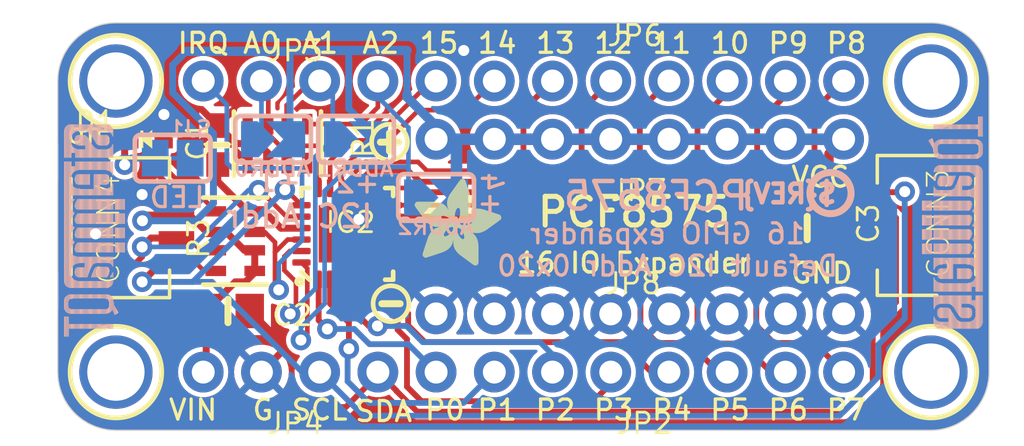
<source format=kicad_pcb>
(kicad_pcb (version 20221018) (generator pcbnew)
  (layers (0 "F.Cu" signal) (31 "B.Cu" signal) (34 "B.Paste" user) (35 "F.Paste" user) (36 "B.SilkS" user "B.Silkscreen") (37 "F.SilkS" user "F.Silkscreen") (38 "B.Mask" user) (39 "F.Mask" user) (44 "Edge.Cuts" user))
  (net 0 "")
  (net 1 "GND")
  (net 2 "SDA")
  (net 3 "SCL")
  (net 4 "VCC")
  (net 5 "GPA0")
  (net 6 "GPA1")
  (net 7 "GPA2")
  (net 8 "GPA3")
  (net 9 "GPA4")
  (net 10 "GPA5")
  (net 11 "GPA6")
  (net 12 "GPA7")
  (net 13 "GPB0")
  (net 14 "GPB1")
  (net 15 "GPB2")
  (net 16 "GPB3")
  (net 17 "GPB4")
  (net 18 "GPB5")
  (net 19 "GPB6")
  (net 20 "GPB7")
  (net 21 "INTA")
  (net 22 "A0")
  (net 23 "A1")
  (net 24 "A2")
  (net 25 "N$2")
  (net 26 "N$1")
  (footprint "working:MOUNTINGHOLE_2.5_PLATED" (layer "F.Cu") (at 166.2811 98.6536)
    (fp_text reference "U$17" hide)
    (fp_text value "MOUNTINGHOLE2.5" hide)
  )
  (footprint "working:QFN24_4MM_SMSC" (layer "F.Cu") (at 140.8176 105.3211 90)
    (fp_text reference "IC2")
    (fp_text value "PCF8575")
  )
  (footprint "working:ADAFRUIT_3.5MM" (layer "F.Cu") (at 143.7386 106.7181)
    (fp_text reference "U$22" hide)
    (fp_text value "" hide)
  )
  (footprint "working:JST_SH4" (layer "F.Cu") (at 165.6461 105.0036 90)
    (fp_text reference "CONN3")
    (fp_text value "STEMMA_I2C_QT" hide)
  )
  (footprint "working:MOUNTINGHOLE_2.5_PLATED" (layer "F.Cu") (at 130.7211 98.6536)
    (fp_text reference "U$1" hide)
    (fp_text value "MOUNTINGHOLE2.5" hide)
  )
  (footprint "working:1X08_ROUND_70" (layer "F.Cu") (at 153.5811 98.6536 180)
    (fp_text reference "JP6")
    (fp_text value "")
  )
  (footprint "working:1X08_ROUND_70" (layer "F.Cu") (at 153.5811 111.3536)
    (fp_text reference "JP2")
    (fp_text value "")
  )
  (footprint "working:CHIPLED_0603_NOOUTLINE" (layer "F.Cu") (at 132.0546 101.1936 90)
    (fp_text reference "D1")
    (fp_text value "GREEN")
  )
  (footprint "working:FIDUCIAL_1MM" (layer "F.Cu") (at 132.7531 108.5596)
    (fp_text reference "FID3" hide)
    (fp_text value "FIDUCIAL_1MM" hide)
  )
  (footprint "working:RESPACK_4X0603" (layer "F.Cu") (at 137.7696 101.3841)
    (fp_text reference "R1")
    (fp_text value "10K Pack")
  )
  (footprint "working:1X08_ROUND_70" (layer "F.Cu") (at 153.5811 101.1936)
    (fp_text reference "JP7")
    (fp_text value "")
  )
  (footprint "working:SYMBOL_MINUS" (layer "F.Cu") (at 142.7226 108.3691)
    (fp_text reference "U$3" hide)
    (fp_text value "" hide)
  )
  (footprint "working:MOUNTINGHOLE_2.5_PLATED" (layer "F.Cu") (at 166.2811 111.3536)
    (fp_text reference "U$21" hide)
    (fp_text value "MOUNTINGHOLE2.5" hide)
  )
  (footprint "working:0603-NO" (layer "F.Cu") (at 135.1661 101.4476 90)
    (fp_text reference "C1")
    (fp_text value "0.1uF")
  )
  (footprint "working:0805-NO" (layer "F.Cu") (at 160.8836 105.0671 180)
    (fp_text reference "C3")
    (fp_text value "10uF")
  )
  (footprint "working:1X04_ROUND" (layer "F.Cu") (at 138.3411 111.3536)
    (fp_text reference "JP4")
    (fp_text value "")
  )
  (footprint "working:0805-NO" (layer "F.Cu") (at 135.6106 108.6866)
    (fp_text reference "C2")
    (fp_text value "10uF")
  )
  (footprint "working:1X04_ROUND" (layer "F.Cu") (at 138.3411 98.6536)
    (fp_text reference "JP3")
    (fp_text value "")
  )
  (footprint "working:SYMBOL_PLUS" (layer "F.Cu") (at 142.6591 101.3206)
    (fp_text reference "U$2" hide)
    (fp_text value "" hide)
  )
  (footprint "working:FIDUCIAL_1MM" (layer "F.Cu") (at 164.6936 101.6381)
    (fp_text reference "FID4" hide)
    (fp_text value "FIDUCIAL_1MM" hide)
  )
  (footprint "working:RESPACK_4X0603" (layer "F.Cu") (at 135.9281 105.6386 90)
    (fp_text reference "R3")
    (fp_text value "10K Pack")
  )
  (footprint "working:JST_SH4" (layer "F.Cu") (at 131.3561 105.0036 -90)
    (fp_text reference "CONN4")
    (fp_text value "STEMMA_I2C_QT" hide)
  )
  (footprint "working:1X08_ROUND_70" (layer "F.Cu") (at 153.5811 108.8136)
    (fp_text reference "JP8")
    (fp_text value "")
  )
  (footprint "working:MOUNTINGHOLE_2.5_PLATED" (layer "F.Cu") (at 130.7211 111.3536)
    (fp_text reference "U$19" hide)
    (fp_text value "MOUNTINGHOLE2.5" hide)
  )
  (footprint "working:SOLDERJUMPER_ARROW_NOPASTE" (layer "B.Cu") (at 144.6911 103.7336)
    (fp_text reference "ADDR2")
    (fp_text value "")
  )
  (footprint "working:SOLDERJUMPER_ARROW_NOPASTE" (layer "B.Cu") (at 141.1986 101.1936)
    (fp_text reference "ADDR1")
    (fp_text value "")
  )
  (footprint "working:STEMMAQT" (layer "B.Cu") (at 165.9001 109.4486 90)
    (fp_text reference "U$30" hide)
    (fp_text value "" hide)
  )
  (footprint "working:SOLDERJUMPER_CLOSEDWIRE" (layer "B.Cu") (at 133.1976 102.0191 180)
    (fp_text reference "SJ1")
    (fp_text value "")
  )
  (footprint "working:PCBFEAT-REV-040" (layer "B.Cu") (at 161.8996 103.5431 180)
    (fp_text reference "U$25" hide)
    (fp_text value "" hide)
  )
  (footprint "working:SOLDERJUMPER_ARROW_NOPASTE" (layer "B.Cu") (at 137.5791 101.1936)
    (fp_text reference "ADDR0")
    (fp_text value "")
  )
  (footprint "working:STEMMAQT" (layer "B.Cu") (at 131.1021 100.5586 -90)
    (fp_text reference "U$31" hide)
    (fp_text value "" hide)
  )
  (gr_line (start 168.8211 111.3536) (end 168.8211 98.6536) (stroke (width 0.05)) (layer "Edge.Cuts"))
  (gr_arc (start 168.8211 111.3536) (mid 168.077151 113.149651) (end 166.2811 113.8936) (stroke (width 0.05)) (layer "Edge.Cuts"))
  (gr_line (start 166.2811 96.1136) (end 130.7211 96.1136) (stroke (width 0.05)) (layer "Edge.Cuts"))
  (gr_line (start 128.1811 98.6536) (end 128.1811 111.3536) (stroke (width 0.05)) (layer "Edge.Cuts"))
  (gr_arc (start 130.7211 113.8936) (mid 128.925049 113.149651) (end 128.1811 111.3536) (stroke (width 0.05)) (layer "Edge.Cuts"))
  (gr_arc (start 128.1811 98.6536) (mid 128.925049 96.857549) (end 130.7211 96.1136) (stroke (width 0.05)) (layer "Edge.Cuts"))
  (gr_line (start 130.7211 113.8936) (end 166.2811 113.8936) (stroke (width 0.05)) (layer "Edge.Cuts"))
  (gr_arc (start 166.2811 96.1136) (mid 168.077151 96.857549) (end 168.8211 98.6536) (stroke (width 0.05)) (layer "Edge.Cuts"))
  (gr_text "+1" (at 137.8331 103.0351) (layer "B.SilkS") (effects (font (size 0.87376 0.87376) (thickness 0.14224)) (justify mirror)))
  (gr_text "I2C Addr" (at 138.7221 104.5591) (layer "B.SilkS") (effects (font (size 0.98298 0.98298) (thickness 0.16002)) (justify mirror)))
  (gr_text "16 GPIO expander\nDefault I2C Addr 0x20" (at 154.7876 106.0196) (layer "B.SilkS") (effects (font (size 0.87376 0.87376) (thickness 0.14224)) (justify mirror)))
  (gr_text "+4" (at 147.1041 103.6066 -90) (layer "B.SilkS") (effects (font (size 0.87376 0.87376) (thickness 0.14224)) (justify mirror)))
  (gr_text "LED" (at 133.3881 103.7336) (layer "B.SilkS") (effects (font (size 0.87376 0.87376) (thickness 0.14224)) (justify mirror)))
  (gr_text "+2" (at 141.2621 103.0986) (layer "B.SilkS") (effects (font (size 0.87376 0.87376) (thickness 0.14224)) (justify mirror)))
  (gr_text "PCF8575" (at 154.2796 103.6701) (layer "B.SilkS") (effects (font (size 1.20142 1.20142) (thickness 0.19558)) (justify mirror)))
  (gr_text "P2" (at 149.8981 113.0046) (layer "F.SilkS") (effects (font (size 0.87376 0.87376) (thickness 0.14224))))
  (gr_text "P0" (at 145.0721 113.0046) (layer "F.SilkS") (effects (font (size 0.87376 0.87376) (thickness 0.14224))))
  (gr_text "A0" (at 137.0711 97.0026) (layer "F.SilkS") (effects (font (size 0.87376 0.87376) (thickness 0.14224))))
  (gr_text "12" (at 152.4381 97.0026) (layer "F.SilkS") (effects (font (size 0.87376 0.87376) (thickness 0.14224))))
  (gr_text "P7" (at 162.5981 113.0046) (layer "F.SilkS") (effects (font (size 0.87376 0.87376) (thickness 0.14224))))
  (gr_text "VIN" (at 134.0866 113.0046) (layer "F.SilkS") (effects (font (size 0.87376 0.87376) (thickness 0.14224))))
  (gr_text "15" (at 144.8181 97.0026) (layer "F.SilkS") (effects (font (size 0.87376 0.87376) (thickness 0.14224))))
  (gr_text "GND" (at 161.5186 107.0356) (layer "F.SilkS") (effects (font (size 0.87376 0.87376) (thickness 0.14224))))
  (gr_text "P9" (at 160.0581 97.0026) (layer "F.SilkS") (effects (font (size 0.87376 0.87376) (thickness 0.14224))))
  (gr_text "on" (at 128.4986 101.4476) (layer "F.SilkS") (effects (font (size 0.89408 0.89408) (thickness 0.12192)) (justify left bottom)))
  (gr_text "A1" (at 139.6111 97.0026) (layer "F.SilkS") (effects (font (size 0.87376 0.87376) (thickness 0.14224))))
  (gr_text "A2" (at 142.2781 97.0026) (layer "F.SilkS") (effects (font (size 0.87376 0.87376) (thickness 0.14224))))
  (gr_text "SCL" (at 139.6111 113.0046) (layer "F.SilkS") (effects (font (size 0.87376 0.87376) (thickness 0.14224))))
  (gr_text "P8" (at 162.5981 97.0026) (layer "F.SilkS") (effects (font (size 0.87376 0.87376) (thickness 0.14224))))
  (gr_text "13" (at 149.8981 97.0026) (layer "F.SilkS") (effects (font (size 0.87376 0.87376) (thickness 0.14224))))
  (gr_text "VCC" (at 161.4551 102.8446) (layer "F.SilkS") (effects (font (size 0.87376 0.87376) (thickness 0.14224))))
  (gr_text "IRQ" (at 134.5311 97.0026) (layer "F.SilkS") (effects (font (size 0.87376 0.87376) (thickness 0.14224))))
  (gr_text "14" (at 147.3581 97.0026) (layer "F.SilkS") (effects (font (size 0.87376 0.87376) (thickness 0.14224))))
  (gr_text "G" (at 137.1346 113.0046) (layer "F.SilkS") (effects (font (size 0.87376 0.87376) (thickness 0.14224))))
  (gr_text "P5" (at 157.5181 113.0046) (layer "F.SilkS") (effects (font (size 0.87376 0.87376) (thickness 0.14224))))
  (gr_text "SDA" (at 142.4051 113.0681) (layer "F.SilkS") (effects (font (size 0.87376 0.87376) (thickness 0.14224))))
  (gr_text "P1" (at 147.3581 113.0046) (layer "F.SilkS") (effects (font (size 0.87376 0.87376) (thickness 0.14224))))
  (gr_text "P3" (at 152.4381 113.0046) (layer "F.SilkS") (effects (font (size 0.87376 0.87376) (thickness 0.14224))))
  (gr_text "11" (at 154.9781 97.0026) (layer "F.SilkS") (effects (font (size 0.87376 0.87376) (thickness 0.14224))))
  (gr_text "16 IO Expander" (at 153.3271 106.5911) (layer "F.SilkS") (effects (font (size 0.8636 0.8636) (thickness 0.1524))))
  (gr_text "P4" (at 154.9781 113.0046) (layer "F.SilkS") (effects (font (size 0.87376 0.87376) (thickness 0.14224))))
  (gr_text "PCF8575" (at 153.3271 104.3686) (layer "F.SilkS") (effects (font (size 1.25222 1.25222) (thickness 0.22098))))
  (gr_text "P6" (at 160.0581 113.0046) (layer "F.SilkS") (effects (font (size 0.87376 0.87376) (thickness 0.14224))))
  (gr_text "10" (at 157.5181 97.0026) (layer "F.SilkS") (effects (font (size 0.87376 0.87376) (thickness 0.14224))))
  (segment (start 137.3696 102.2341) (end 137.3696 101.8096) (width 0.3048) (layer "F.Cu") (net 1))
  (segment (start 135.9526 101.3841) (end 135.1661 100.5976) (width 0.3048) (layer "F.Cu") (net 1))
  (segment (start 136.9441 101.3841) (end 135.9526 101.3841) (width 0.3048) (layer "F.Cu") (net 1))
  (segment (start 137.3696 101.8096) (end 136.9441 101.3841) (width 0.3048) (layer "F.Cu") (net 1))
  (segment (start 142.8176 105.5711) (end 141.0676 105.5711) (width 0.3048) (layer "F.Cu") (net 1))
  (segment (start 141.0676 105.5711) (end 140.8176 105.3211) (width 0.3048) (layer "F.Cu") (net 1))
  (via (at 131.8641 103.6066) (size 0.889) (drill 0.4826) (layers "F.Cu" "B.Cu") (net 1))
  (via (at 132.8166 100.1141) (size 0.889) (drill 0.4826) (layers "F.Cu" "B.Cu") (net 1))
  (via (at 145.8976 97.3201) (size 0.889) (drill 0.4826) (layers "F.Cu" "B.Cu") (net 1))
  (via (at 141.3256 104.6861) (size 0.889) (drill 0.4826) (layers "F.Cu" "B.Cu") (net 1))
  (via (at 129.8321 105.3211) (size 0.889) (drill 0.4826) (layers "F.Cu" "B.Cu") (net 1))
  (segment (start 164.6381 104.5036) (end 164.7571 104.6226) (width 0.254) (layer "F.Cu") (net 2))
  (segment (start 134.0231 112.8776) (end 140.7541 112.8776) (width 0.254) (layer "F.Cu") (net 2))
  (segment (start 163.7411 111.807813) (end 162.468112 113.0808) (width 0.254) (layer "F.Cu") (net 2))
  (segment (start 131.0894 107.095707) (end 131.0894 108.6739) (width 0.254) (layer "F.Cu") (net 2))
  (segment (start 135.0591 106.0196) (end 135.0781 106.0386) (width 0.2032) (layer "F.Cu") (net 2))
  (segment (start 131.8641 106.321007) (end 131.0894 107.095707) (width 0.254) (layer "F.Cu") (net 2))
  (segment (start 140.7541 112.8776) (end 142.2146 111.4171) (width 0.254) (layer "F.Cu") (net 2))
  (segment (start 133.3621 105.5036) (end 132.2531 105.5036) (width 0.3048) (layer "F.Cu") (net 2))
  (segment (start 132.2531 105.5036) (end 131.8641 105.8926) (width 0.3048) (layer "F.Cu") (net 2))
  (segment (start 162.468112 113.0808) (end 143.86535 113.0808) (width 0.254) (layer "F.Cu") (net 2))
  (segment (start 133.3621 105.5036) (end 133.8881 105.5036) (width 0.2032) (layer "F.Cu") (net 2))
  (segment (start 134.4041 106.0196) (end 135.0591 106.0196) (width 0.2032) (layer "F.Cu") (net 2))
  (segment (start 133.8881 105.5036) (end 134.4041 106.0196) (width 0.2032) (layer "F.Cu") (net 2))
  (segment (start 142.9639 112.1664) (end 142.2146 111.4171) (width 0.254) (layer "F.Cu") (net 2))
  (segment (start 138.1626 104.5711) (end 137.0076 103.4161) (width 0.2032) (layer "F.Cu") (net 2))
  (segment (start 133.0071 111.8616) (end 134.0231 112.8776) (width 0.254) (layer "F.Cu") (net 2))
  (segment (start 138.8176 104.5711) (end 138.1626 104.5711) (width 0.2032) (layer "F.Cu") (net 2))
  (segment (start 143.86535 113.0808) (end 142.9639 112.17935) (width 0.254) (layer "F.Cu") (net 2))
  (segment (start 131.8641 105.8926) (end 131.8641 106.321007) (width 0.254) (layer "F.Cu") (net 2))
  (segment (start 163.7411 109.3216) (end 163.7411 111.807813) (width 0.254) (layer "F.Cu") (net 2))
  (segment (start 163.6401 104.5036) (end 164.6381 104.5036) (width 0.254) (layer "F.Cu") (net 2))
  (segment (start 142.9639 112.17935) (end 142.9639 112.1664) (width 0.254) (layer "F.Cu") (net 2))
  (segment (start 164.7571 108.3056) (end 163.7411 109.3216) (width 0.254) (layer "F.Cu") (net 2))
  (segment (start 137.0076 103.4161) (end 136.9441 103.4161) (width 0.2032) (layer "F.Cu") (net 2))
  (segment (start 131.0894 108.6739) (end 133.0071 110.5916) (width 0.254) (layer "F.Cu") (net 2))
  (segment (start 142.2146 111.4171) (end 142.1511 111.3536) (width 0.254) (layer "F.Cu") (net 2))
  (segment (start 133.0071 110.5916) (end 133.0071 111.8616) (width 0.254) (layer "F.Cu") (net 2))
  (segment (start 164.7571 104.6226) (end 164.7571 108.3056) (width 0.254) (layer "F.Cu") (net 2))
  (via (at 131.8641 105.8926) (size 0.889) (drill 0.4826) (layers "F.Cu" "B.Cu") (net 2))
  (via (at 136.9441 103.4161) (size 0.889) (drill 0.4826) (layers "F.Cu" "B.Cu") (net 2))
  (segment (start 134.0231 105.8926) (end 131.8641 105.8926) (width 0.2032) (layer "B.Cu") (net 2))
  (segment (start 136.4996 103.4161) (end 134.0231 105.8926) (width 0.2032) (layer "B.Cu") (net 2))
  (segment (start 136.9441 103.4161) (end 136.4996 103.4161) (width 0.2032) (layer "B.Cu") (net 2))
  (segment (start 134.1261 106.5036) (end 134.5611 106.9386) (width 0.2032) (layer "F.Cu") (net 3))
  (segment (start 138.8176 104.0711) (end 138.1418 103.3953) (width 0.2032) (layer "F.Cu") (net 3))
  (segment (start 133.3621 106.5036) (end 134.1261 106.5036) (width 0.2032) (layer "F.Cu") (net 3))
  (segment (start 165.1141 103.5036) (end 165.1381 103.4796) (width 0.254) (layer "F.Cu") (net 3))
  (segment (start 163.6401 103.5036) (end 165.1141 103.5036) (width 0.254) (layer "F.Cu") (net 3))
  (segment (start 133.3621 106.5036) (end 132.7771 106.5036) (width 0.3048) (layer "F.Cu") (net 3))
  (segment (start 134.5611 106.9386) (end 135.0781 106.9386) (width 0.2032) (layer "F.Cu") (net 3))
  (segment (start 132.7771 106.5036) (end 131.8641 107.4166) (width 0.3048) (layer "F.Cu") (net 3))
  (segment (start 138.1418 103.3953) (end 138.0937 103.3953) (width 0.2032) (layer "F.Cu") (net 3))
  (via (at 131.8641 107.4166) (size 0.889) (drill 0.4826) (layers "F.Cu" "B.Cu") (net 3))
  (via (at 138.0937 103.3953) (size 0.889) (drill 0.4826) (layers "F.Cu" "B.Cu") (net 3))
  (via (at 165.1381 103.4796) (size 0.889) (drill 0.4826) (layers "F.Cu" "B.Cu") (net 3))
  (segment (start 163.9951 111.553813) (end 163.9951 110.1471) (width 0.254) (layer "B.Cu") (net 3))
  (segment (start 131.8641 107.4166) (end 134.9121 107.4166) (width 0.254) (layer "B.Cu") (net 3))
  (segment (start 138.8491 111.3536) (end 139.6111 111.3536) (width 0.254) (layer "B.Cu") (net 3))
  (segment (start 138.8491 111.3536) (end 134.9121 107.4166) (width 0.254) (layer "B.Cu") (net 3))
  (segment (start 165.1381 103.4796) (end 165.1381 109.0041) (width 0.254) (layer "B.Cu") (net 3))
  (segment (start 134.0724 107.4166) (end 138.0937 103.3953) (width 0.254) (layer "B.Cu") (net 3))
  (segment (start 141.5161 113.2586) (end 162.290312 113.2586) (width 0.254) (layer "B.Cu") (net 3))
  (segment (start 165.1381 109.0041) (end 163.9951 110.1471) (width 0.254) (layer "B.Cu") (net 3))
  (segment (start 162.290312 113.2586) (end 163.9951 111.553813) (width 0.254) (layer "B.Cu") (net 3))
  (segment (start 139.6111 111.3536) (end 141.5161 113.2586) (width 0.254) (layer "B.Cu") (net 3))
  (segment (start 131.8641 107.4166) (end 134.0724 107.4166) (width 0.254) (layer "B.Cu") (net 3))
  (segment (start 161.8336 105.0671) (end 161.8336 101.8311) (width 0.4064) (layer "F.Cu") (net 4))
  (segment (start 163.6401 105.5036) (end 162.2701 105.5036) (width 0.3048) (layer "F.Cu") (net 4))
  (segment (start 134.674993 105.2386) (end 133.939993 104.5036) (width 0.3048) (layer "F.Cu") (net 4))
  (segment (start 136.373206 104.3386) (end 136.4361 104.3386) (width 0.3048) (layer "F.Cu") (net 4))
  (segment (start 131.9831 104.5036) (end 131.8768 104.6099) (width 0.3048) (layer "F.Cu") (net 4))
  (segment (start 133.3621 104.5036) (end 131.9831 104.5036) (width 0.3048) (layer "F.Cu") (net 4))
  (segment (start 136.3726 107.4166) (end 136.7781 107.0111) (width 0.3048) (layer "F.Cu") (net 4))
  (segment (start 135.473206 105.2386) (end 136.373206 104.3386) (width 0.3048) (layer "F.Cu") (net 4))
  (segment (start 134.674993 105.2386) (end 135.0781 105.2386) (width 0.3048) (layer "F.Cu") (net 4))
  (segment (start 134.6606 111.2241) (end 134.5311 111.3536) (width 0.3048) (layer "F.Cu") (net 4))
  (segment (start 135.0781 105.2386) (end 135.5281 105.2386) (width 0.3048) (layer "F.Cu") (net 4))
  (segment (start 137.248393 104.404) (end 136.8435 104.404) (width 0.3048) (layer "F.Cu") (net 4))
  (segment (start 138.8176 105.0711) (end 138.8132 105.0755) (width 0.3048) (layer "F.Cu") (net 4))
  (segment (start 161.8336 101.8311) (end 162.4711 101.1936) (width 0.4064) (layer "F.Cu") (net 4))
  (segment (start 136.4361 104.3386) (end 136.7781 104.3386) (width 0.3048) (layer "F.Cu") (net 4))
  (segment (start 137.919893 105.0755) (end 137.248393 104.404) (width 0.3048) (layer "F.Cu") (net 4))
  (segment (start 136.7781 107.0111) (end 136.7781 106.9386) (width 0.3048) (layer "F.Cu") (net 4))
  (segment (start 136.8435 104.404) (end 136.7781 104.3386) (width 0.3048) (layer "F.Cu") (net 4))
  (segment (start 131.8768 104.7496) (end 131.8768 104.6099) (width 0.3048) (layer "F.Cu") (net 4))
  (segment (start 136.7781 106.0386) (end 136.7781 106.9386) (width 0.3048) (layer "F.Cu") (net 4))
  (segment (start 134.6606 108.6866) (end 135.9306 107.4166) (width 0.3048) (layer "F.Cu") (net 4))
  (segment (start 135.1661 103.0351) (end 136.4361 104.3051) (width 0.3048) (layer "F.Cu") (net 4))
  (segment (start 135.1661 102.2976) (end 135.1661 103.0351) (width 0.3048) (layer "F.Cu") (net 4))
  (segment (start 136.4361 104.3051) (end 136.4361 104.3386) (width 0.3048) (layer "F.Cu") (net 4))
  (segment (start 136.3281 106.0386) (end 136.7781 106.0386) (width 0.3048) (layer "F.Cu") (net 4))
  (segment (start 138.8132 105.0755) (end 137.919893 105.0755) (width 0.3048) (layer "F.Cu") (net 4))
  (segment (start 135.5281 105.2386) (end 136.3281 106.0386) (width 0.3048) (layer "F.Cu") (net 4))
  (segment (start 134.6606 108.6866) (end 134.6606 111.2241) (width 0.3048) (layer "F.Cu") (net 4))
  (segment (start 133.3621 104.5036) (end 133.939993 104.5036) (width 0.3048) (layer "F.Cu") (net 4))
  (segment (start 162.2701 105.5036) (end 161.8336 105.0671) (width 0.3048) (layer "F.Cu") (net 4))
  (segment (start 135.9306 107.4166) (end 136.3726 107.4166) (width 0.3048) (layer "F.Cu") (net 4))
  (segment (start 135.0781 105.2386) (end 135.473206 105.2386) (width 0.3048) (layer "F.Cu") (net 4))
  (via (at 131.8768 104.7496) (size 0.889) (drill 0.4826) (layers "F.Cu" "B.Cu") (net 4))
  (segment (start 154.8511 101.1936) (end 152.3111 101.1936) (width 0.508) (layer "B.Cu") (net 4))
  (segment (start 145.5801 103.6066) (end 145.5801 101.1936) (width 0.508) (layer "B.Cu") (net 4))
  (segment (start 134.2136 104.7496) (end 131.8768 104.7496) (width 0.3048) (layer "B.Cu") (net 4))
  (segment (start 159.9311 101.1936) (end 157.3911 101.1936) (width 0.508) (layer "B.Cu") (net 4))
  (segment (start 143.4211 99.3521) (end 143.4211 99.215575) (width 0.4064) (layer "B.Cu") (net 4))
  (segment (start 133.1976 97.9551) (end 133.7945 97.3582) (width 0.3048) (layer "B.Cu") (net 4))
  (segment (start 140.8811 97.3201) (end 138.3157 97.3201) (width 0.4064) (layer "B.Cu") (net 4))
  (segment (start 144.6911 100.6221) (end 143.4211 99.3521) (width 0.4064) (layer "B.Cu") (net 4))
  (segment (start 134.9756 100.9396) (end 134.9756 103.9876) (width 0.3048) (layer "B.Cu") (net 4))
  (segment (start 157.3911 101.1936) (end 154.8511 101.1936) (width 0.508) (layer "B.Cu") (net 4))
  (segment (start 145.5801 101.1936) (end 144.6911 101.1936) (width 0.4064) (layer "B.Cu") (net 4))
  (segment (start 140.8811 99.8601) (end 140.8811 97.3201) (width 0.3048) (layer "B.Cu") (net 4))
  (segment (start 133.1976 97.9551) (end 133.1976 99.1616) (width 0.3048) (layer "B.Cu") (net 4))
  (segment (start 138.2903 97.3582) (end 138.3157 97.3836) (width 0.3048) (layer "B.Cu") (net 4))
  (segment (start 138.3157 100.9142) (end 138.3157 97.3836) (width 0.3048) (layer "B.Cu") (net 4))
  (segment (start 143.4211 99.215575) (end 143.4211 97.3201) (width 0.3048) (layer "B.Cu") (net 4))
  (segment (start 138.3157 97.3836) (end 138.3157 97.3201) (width 0.3048) (layer "B.Cu") (net 4))
  (segment (start 147.2311 101.1936) (end 145.5801 101.1936) (width 0.508) (layer "B.Cu") (net 4))
  (segment (start 152.3111 101.1936) (end 149.7711 101.1936) (width 0.508) (layer "B.Cu") (net 4))
  (segment (start 138.5951 101.1936) (end 138.3157 100.9142) (width 0.3048) (layer "B.Cu") (net 4))
  (segment (start 144.6911 101.1936) (end 144.6911 100.6221) (width 0.4064) (layer "B.Cu") (net 4))
  (segment (start 133.7945 97.3582) (end 138.2903 97.3582) (width 0.4064) (layer "B.Cu") (net 4))
  (segment (start 134.9756 103.9876) (end 134.2136 104.7496) (width 0.3048) (layer "B.Cu") (net 4))
  (segment (start 142.2146 101.1936) (end 140.8811 99.8601) (width 0.3048) (layer "B.Cu") (net 4))
  (segment (start 162.4711 101.1936) (end 159.9311 101.1936) (width 0.508) (layer "B.Cu") (net 4))
  (segment (start 133.1976 99.1616) (end 134.9756 100.9396) (width 0.3048) (layer "B.Cu") (net 4))
  (segment (start 143.4211 97.3201) (end 140.8811 97.3201) (width 0.4064) (layer "B.Cu") (net 4))
  (segment (start 145.7071 103.7336) (end 145.5801 103.6066) (width 0.3048) (layer "B.Cu") (net 4))
  (segment (start 149.7711 101.1936) (end 147.2311 101.1936) (width 0.508) (layer "B.Cu") (net 4))
  (segment (start 139.5676 109.093675) (end 139.947009 109.473085) (width 0.254) (layer "F.Cu") (net 5))
  (segment (start 139.5676 107.3211) (end 139.5676 109.093675) (width 0.254) (layer "F.Cu") (net 5))
  (via (at 139.947009 109.473085) (size 0.889) (drill 0.4826) (layers "F.Cu" "B.Cu") (net 5))
  (segment (start 141.122203 109.473085) (end 141.783518 110.1344) (width 0.254) (layer "B.Cu") (net 5))
  (segment (start 139.947009 109.473085) (end 141.122203 109.473085) (width 0.254) (layer "B.Cu") (net 5))
  (segment (start 141.783518 110.1344) (end 143.4719 110.1344) (width 0.254) (layer "B.Cu") (net 5))
  (segment (start 143.4719 110.1344) (end 144.6911 111.3536) (width 0.254) (layer "B.Cu") (net 5))
  (segment (start 140.886109 109.189591) (end 140.886109 110.332591) (width 0.254) (layer "F.Cu") (net 6))
  (segment (start 140.886109 109.189591) (end 140.0676 108.371082) (width 0.254) (layer "F.Cu") (net 6))
  (segment (start 140.0676 107.3211) (end 140.0676 108.371082) (width 0.254) (layer "F.Cu") (net 6))
  (via (at 140.886109 110.332591) (size 0.889) (drill 0.4826) (layers "F.Cu" "B.Cu") (net 6))
  (segment (start 141.770746 112.69746) (end 145.88724 112.69746) (width 0.254) (layer "B.Cu") (net 6))
  (segment (start 145.88724 112.69746) (end 147.2311 111.3536) (width 0.254) (layer "B.Cu") (net 6))
  (segment (start 141.770746 112.69746) (end 140.8303 111.757013) (width 0.254) (layer "B.Cu") (net 6))
  (segment (start 140.8303 111.757013) (end 140.8303 110.3884) (width 0.254) (layer "B.Cu") (net 6))
  (segment (start 140.8303 110.3884) (end 140.886109 110.332591) (width 0.254) (layer "B.Cu") (net 6))
  (segment (start 141.751406 109.340294) (end 142.132406 109.340294) (width 0.254) (layer "F.Cu") (net 7))
  (segment (start 140.5676 107.3211) (end 140.5676 108.156488) (width 0.254) (layer "F.Cu") (net 7))
  (segment (start 141.751406 109.340294) (end 140.5676 108.156488) (width 0.254) (layer "F.Cu") (net 7))
  (via (at 142.132406 109.340294) (size 0.889) (drill 0.4826) (layers "F.Cu" "B.Cu") (net 7))
  (segment (start 144.107612 110.0455) (end 143.402406 109.340294) (width 0.254) (layer "B.Cu") (net 7))
  (segment (start 142.132406 109.340294) (end 143.402406 109.340294) (width 0.254) (layer "B.Cu") (net 7))
  (segment (start 149.7711 110.5916) (end 149.7711 111.3536) (width 0.254) (layer "B.Cu") (net 7))
  (segment (start 144.107612 110.0455) (end 149.225 110.0455) (width 0.254) (layer "B.Cu") (net 7))
  (segment (start 149.225 110.0455) (end 149.7711 110.5916) (width 0.254) (layer "B.Cu") (net 7))
  (segment (start 143.0147 109.507994) (end 143.4211 109.914394) (width 0.254) (layer "F.Cu") (net 8))
  (segment (start 142.4559 108.5088) (end 143.0147 109.0676) (width 0.254) (layer "F.Cu") (net 8))
  (segment (start 144.054731 112.6236) (end 151.5491 112.6236) (width 0.254) (layer "F.Cu") (net 8))
  (segment (start 143.4211 109.914394) (end 143.4211 111.989969) (width 0.254) (layer "F.Cu") (net 8))
  (segment (start 143.0147 109.0676) (end 143.0147 109.507994) (width 0.254) (layer "F.Cu") (net 8))
  (segment (start 141.0676 107.3211) (end 141.0676 107.93365) (width 0.254) (layer "F.Cu") (net 8))
  (segment (start 141.64275 108.5088) (end 142.4559 108.5088) (width 0.254) (layer "F.Cu") (net 8))
  (segment (start 143.4211 111.989969) (end 144.054731 112.6236) (width 0.254) (layer "F.Cu") (net 8))
  (segment (start 141.0676 107.93365) (end 141.64275 108.5088) (width 0.254) (layer "F.Cu") (net 8))
  (segment (start 151.5491 112.6236) (end 152.3111 111.8616) (width 0.254) (layer "F.Cu") (net 8))
  (segment (start 152.3111 111.8616) (end 152.3111 111.3536) (width 0.254) (layer "F.Cu") (net 8))
  (segment (start 154.089 111.3536) (end 152.7809 110.0455) (width 0.254) (layer "F.Cu") (net 9))
  (segment (start 143.4719 108.8009) (end 143.4719 109.318613) (width 0.254) (layer "F.Cu") (net 9))
  (segment (start 142.7226 108.0516) (end 143.4719 108.8009) (width 0.254) (layer "F.Cu") (net 9))
  (segment (start 144.198787 110.0455) (end 152.7809 110.0455) (width 0.254) (layer "F.Cu") (net 9))
  (segment (start 143.4719 109.318613) (end 144.198787 110.0455) (width 0.254) (layer "F.Cu") (net 9))
  (segment (start 154.8511 111.3536) (end 154.089 111.3536) (width 0.254) (layer "F.Cu") (net 9))
  (segment (start 141.5676 107.787069) (end 141.832131 108.0516) (width 0.254) (layer "F.Cu") (net 9))
  (segment (start 141.5676 107.787069) (end 141.5676 107.3211) (width 0.254) (layer "F.Cu") (net 9))
  (segment (start 141.832131 108.0516) (end 142.7226 108.0516) (width 0.254) (layer "F.Cu") (net 9))
  (segment (start 153.6065 109.347) (end 153.6065 108.075632) (width 0.254) (layer "F.Cu") (net 10))
  (segment (start 157.0101 111.3536) (end 155.7401 110.0836) (width 0.254) (layer "F.Cu") (net 10))
  (segment (start 154.343103 110.0836) (end 155.7401 110.0836) (width 0.254) (layer "F.Cu") (net 10))
  (segment (start 153.6065 108.075632) (end 152.978534 107.447669) (width 0.254) (layer "F.Cu") (net 10))
  (segment (start 142.0676 107.3211) (end 152.851968 107.3211) (width 0.254) (layer "F.Cu") (net 10))
  (segment (start 152.851968 107.3211) (end 152.865468 107.334604) (width 0.254) (layer "F.Cu") (net 10))
  (segment (start 157.0101 111.3536) (end 157.3911 111.3536) (width 0.254) (layer "F.Cu") (net 10))
  (segment (start 153.6065 109.347) (end 154.343103 110.0836) (width 0.254) (layer "F.Cu") (net 10))
  (segment (start 152.978534 107.447669) (end 152.865468 107.334604) (width 0.254) (layer "F.Cu") (net 10))
  (segment (start 158.0515 110.109) (end 159.2961 111.3536) (width 0.254) (layer "F.Cu") (net 11))
  (segment (start 156.780131 110.109) (end 158.0515 110.109) (width 0.254) (layer "F.Cu") (net 11))
  (segment (start 156.095703 107.772204) (end 156.095703 109.424572) (width 0.254) (layer "F.Cu") (net 11))
  (segment (start 154.8946 106.5711) (end 156.095703 107.772204) (width 0.254) (layer "F.Cu") (net 11))
  (segment (start 159.2961 111.3536) (end 159.9311 111.3536) (width 0.254) (layer "F.Cu") (net 11))
  (segment (start 142.8176 106.5711) (end 154.8946 106.5711) (width 0.254) (layer "F.Cu") (net 11))
  (segment (start 156.095703 109.424572) (end 156.780131 110.109) (width 0.254) (layer "F.Cu") (net 11))
  (segment (start 158.6611 109.3216) (end 159.4231 110.0836) (width 0.254) (layer "F.Cu") (net 12))
  (segment (start 159.4231 110.0836) (end 161.2011 110.0836) (width 0.254) (layer "F.Cu") (net 12))
  (segment (start 158.6611 107.7976) (end 156.9346 106.0711) (width 0.254) (layer "F.Cu") (net 12))
  (segment (start 158.6611 107.7976) (end 158.6611 109.3216) (width 0.254) (layer "F.Cu") (net 12))
  (segment (start 142.8176 106.0711) (end 156.9346 106.0711) (width 0.254) (layer "F.Cu") (net 12))
  (segment (start 161.2011 110.0836) (end 162.4711 111.3536) (width 0.254) (layer "F.Cu") (net 12))
  (segment (start 157.9586 105.0711) (end 161.2011 101.8286) (width 0.254) (layer "F.Cu") (net 13))
  (segment (start 142.8176 105.0711) (end 157.9586 105.0711) (width 0.254) (layer "F.Cu") (net 13))
  (segment (start 161.2011 99.9236) (end 162.4711 98.6536) (width 0.254) (layer "F.Cu") (net 13))
  (segment (start 161.2011 101.8286) (end 161.2011 99.9236) (width 0.254) (layer "F.Cu") (net 13))
  (segment (start 158.699196 101.778922) (end 155.907018 104.5711) (width 0.254) (layer "F.Cu") (net 14))
  (segment (start 159.9311 99.287232) (end 158.699196 100.519135) (width 0.254) (layer "F.Cu") (net 14))
  (segment (start 142.8176 104.5711) (end 155.907018 104.5711) (width 0.254) (layer "F.Cu") (net 14))
  (segment (start 158.699196 100.519135) (end 158.699196 101.778922) (width 0.254) (layer "F.Cu") (net 14))
  (segment (start 159.9311 98.6536) (end 159.9311 99.287232) (width 0.254) (layer "F.Cu") (net 14))
  (segment (start 157.3911 99.160232) (end 157.3911 98.6536) (width 0.254) (layer "F.Cu") (net 15))
  (segment (start 154.0891 103.8606) (end 156.0957 101.854) (width 0.254) (layer "F.Cu") (net 15))
  (segment (start 153.8786 104.0711) (end 154.0891 103.8606) (width 0.254) (layer "F.Cu") (net 15))
  (segment (start 156.0957 100.455632) (end 157.3911 99.160232) (width 0.254) (layer "F.Cu") (net 15))
  (segment (start 156.0957 101.854) (end 156.0957 100.455632) (width 0.254) (layer "F.Cu") (net 15))
  (segment (start 142.8176 104.0711) (end 153.8786 104.0711) (width 0.2032) (layer "F.Cu") (net 15))
  (segment (start 143.551343 103.3211) (end 143.735243 103.505) (width 0.2032) (layer "F.Cu") (net 16))
  (segment (start 142.0676 103.3211) (end 143.551343 103.3211) (width 0.2032) (layer "F.Cu") (net 16))
  (segment (start 143.735243 103.505) (end 152.0317 103.505) (width 0.254) (layer "F.Cu") (net 16))
  (segment (start 153.5811 99.9236) (end 154.8511 98.6536) (width 0.254) (layer "F.Cu") (net 16))
  (segment (start 152.0317 103.505) (end 153.5811 101.9556) (width 0.254) (layer "F.Cu") (net 16))
  (segment (start 153.5811 101.9556) (end 153.5811 99.9236) (width 0.254) (layer "F.Cu") (net 16))
  (segment (start 141.5676 102.7931) (end 141.7701 102.5906) (width 0.2032) (layer "F.Cu") (net 17))
  (segment (start 143.730012 102.789688) (end 143.988128 103.0478) (width 0.254) (layer "F.Cu") (net 17))
  (segment (start 151.0411 101.9048) (end 151.0411 99.9236) (width 0.254) (layer "F.Cu") (net 17))
  (segment (start 141.7701 102.5906) (end 143.530925 102.5906) (width 0.2032) (layer "F.Cu") (net 17))
  (segment (start 143.530925 102.5906) (end 143.730012 102.789688) (width 0.2032) (layer "F.Cu") (net 17))
  (segment (start 151.0411 99.9236) (end 152.3111 98.6536) (width 0.254) (layer "F.Cu") (net 17))
  (segment (start 143.988128 103.0478) (end 149.8981 103.0478) (width 0.254) (layer "F.Cu") (net 17))
  (segment (start 149.8981 103.0478) (end 151.0411 101.9048) (width 0.254) (layer "F.Cu") (net 17))
  (segment (start 141.5676 103.3211) (end 141.5676 102.7931) (width 0.2032) (layer "F.Cu") (net 17))
  (segment (start 141.0676 102.718363) (end 141.601762 102.1842) (width 0.2032) (layer "F.Cu") (net 18))
  (segment (start 141.601762 102.1842) (end 143.902331 102.1842) (width 0.2032) (layer "F.Cu") (net 18))
  (segment (start 148.5011 101.9556) (end 148.5011 99.9236) (width 0.254) (layer "F.Cu") (net 18))
  (segment (start 144.308731 102.5906) (end 147.8661 102.5906) (width 0.254) (layer "F.Cu") (net 18))
  (segment (start 148.5011 99.9236) (end 149.7711 98.6536) (width 0.254) (layer "F.Cu") (net 18))
  (segment (start 141.0676 103.3211) (end 141.0676 102.718363) (width 0.2032) (layer "F.Cu") (net 18))
  (segment (start 143.902331 102.1842) (end 144.308731 102.5906) (width 0.2032) (layer "F.Cu") (net 18))
  (segment (start 147.8661 102.5906) (end 148.5011 101.9556) (width 0.254) (layer "F.Cu") (net 18))
  (segment (start 145.9611 99.9236) (end 147.2311 98.6536) (width 0.2032) (layer "F.Cu") (net 19))
  (segment (start 140.5676 102.5231) (end 141.3463 101.7444) (width 0.2032) (layer "F.Cu") (net 19))
  (segment (start 143.9291 99.9236) (end 145.9611 99.9236) (width 0.2032) (layer "F.Cu") (net 19))
  (segment (start 142.1083 101.7444) (end 143.9291 99.9236) (width 0.2032) (layer "F.Cu") (net 19))
  (segment (start 140.5676 103.3211) (end 140.5676 102.5231) (width 0.2032) (layer "F.Cu") (net 19))
  (segment (start 141.3463 101.7444) (end 142.1083 101.7444) (width 0.2032) (layer "F.Cu") (net 19))
  (segment (start 140.0676 103.3211) (end 140.0676 102.1341) (width 0.2032) (layer "F.Cu") (net 20))
  (segment (start 140.0676 102.1341) (end 140.9573 101.2444) (width 0.2032) (layer "F.Cu") (net 20))
  (segment (start 144.474393 98.6536) (end 144.6911 98.6536) (width 0.2032) (layer "F.Cu") (net 20))
  (segment (start 140.9573 101.2444) (end 141.883593 101.2444) (width 0.2032) (layer "F.Cu") (net 20))
  (segment (start 141.883593 101.2444) (end 144.474393 98.6536) (width 0.2032) (layer "F.Cu") (net 20))
  (segment (start 136.7943 105.2548) (end 136.7781 105.2386) (width 0.2032) (layer "F.Cu") (net 21))
  (segment (start 138.8176 105.5711) (end 138.214862 105.5711) (width 0.2032) (layer "F.Cu") (net 21))
  (segment (start 137.6619 107.599194) (end 137.827 107.764294) (width 0.2032) (layer "F.Cu") (net 21))
  (segment (start 137.6619 105.68935) (end 137.22735 105.2548) (width 0.2032) (layer "F.Cu") (net 21))
  (segment (start 138.214862 105.5711) (end 137.6619 106.124063) (width 0.2032) (layer "F.Cu") (net 21))
  (segment (start 137.6619 107.599194) (end 137.6619 106.124063) (width 0.2032) (layer "F.Cu") (net 21))
  (segment (start 137.6619 106.124063) (end 137.6619 105.68935) (width 0.2032) (layer "F.Cu") (net 21))
  (segment (start 137.22735 105.2548) (end 136.7943 105.2548) (width 0.2032) (layer "F.Cu") (net 21))
  (via (at 137.827 107.764294) (size 0.889) (drill 0.4826) (layers "F.Cu" "B.Cu") (net 21))
  (segment (start 134.5311 98.6536) (end 135.5598 99.6823) (width 0.2032) (layer "B.Cu") (net 21))
  (segment (start 138.843 102.4636) (end 138.843 105.605294) (width 0.2032) (layer "B.Cu") (net 21))
  (segment (start 135.5598 102.2223) (end 135.8011 102.4636) (width 0.2032) (layer "B.Cu") (net 21))
  (segment (start 135.5598 99.6823) (end 135.5598 102.2223) (width 0.2032) (layer "B.Cu") (net 21))
  (segment (start 137.827 107.764294) (end 137.827 106.621294) (width 0.2032) (layer "B.Cu") (net 21))
  (segment (start 138.843 105.605294) (end 137.827 106.621294) (width 0.2032) (layer "B.Cu") (net 21))
  (segment (start 135.8011 102.4636) (end 138.843 102.4636) (width 0.2032) (layer "B.Cu") (net 21))
  (segment (start 137.3696 100.5341) (end 137.3696 100.9714) (width 0.2032) (layer "F.Cu") (net 22))
  (segment (start 137.8776 101.4794) (end 139.5159 101.4794) (width 0.2032) (layer "F.Cu") (net 22))
  (segment (start 137.0711 98.6536) (end 137.3696 98.9521) (width 0.2032) (layer "F.Cu") (net 22))
  (segment (start 137.8776 101.4794) (end 137.3696 100.9714) (width 0.2032) (layer "F.Cu") (net 22))
  (segment (start 139.5676 102.8766) (end 139.5676 103.3211) (width 0.2032) (layer "F.Cu") (net 22))
  (segment (start 139.6311 101.5946) (end 139.6311 102.8131) (width 0.2032) (layer "F.Cu") (net 22))
  (segment (start 137.3696 98.9521) (end 137.3696 100.5341) (width 0.2032) (layer "F.Cu") (net 22))
  (segment (start 139.6311 102.8131) (end 139.5676 102.8766) (width 0.2032) (layer "F.Cu") (net 22))
  (segment (start 139.5159 101.4794) (end 139.6311 101.5946) (width 0.2032) (layer "F.Cu") (net 22))
  (segment (start 137.0711 100.6856) (end 136.5631 101.1936) (width 0.2032) (layer "B.Cu") (net 22))
  (segment (start 137.0711 98.6536) (end 137.0711 100.6856) (width 0.2032) (layer "B.Cu") (net 22))
  (segment (start 139.2301 98.6536) (end 138.1696 99.7141) (width 0.2032) (layer "F.Cu") (net 23))
  (segment (start 138.0683 106.3124) (end 138.0683 106.9086) (width 0.2032) (layer "F.Cu") (net 23))
  (segment (start 138.3223 108.8136) (end 138.5763 108.5596) (width 0.2032) (layer "F.Cu") (net 23))
  (segment (start 138.3096 106.0711) (end 138.0683 106.3124) (width 0.2032) (layer "F.Cu") (net 23))
  (segment (start 138.5763 107.4166) (end 138.5763 108.5596) (width 0.2032) (layer "F.Cu") (net 23))
  (segment (start 138.5763 107.4166) (end 138.0683 106.9086) (width 0.2032) (layer "F.Cu") (net 23))
  (segment (start 139.2301 98.6536) (end 139.6111 98.6536) (width 0.2032) (layer "F.Cu") (net 23))
  (segment (start 138.1696 100.5341) (end 138.1696 99.7141) (width 0.2032) (layer "F.Cu") (net 23))
  (segment (start 138.8176 106.0711) (end 138.3096 106.0711) (width 0.2032) (layer "F.Cu") (net 23))
  (via (at 138.3223 108.8136) (size 0.889) (drill 0.4826) (layers "F.Cu" "B.Cu") (net 23))
  (segment (start 138.3223 108.8136) (end 139.4206 107.7153) (width 0.2032) (layer "B.Cu") (net 23))
  (segment (start 139.4206 101.9556) (end 140.1826 101.1936) (width 0.2032) (layer "B.Cu") (net 23))
  (segment (start 140.1826 99.2251) (end 140.1826 101.1936) (width 0.2032) (layer "B.Cu") (net 23))
  (segment (start 139.6111 98.6536) (end 140.1826 99.2251) (width 0.2032) (layer "B.Cu") (net 23))
  (segment (start 139.4206 101.9556) (end 139.4206 107.7153) (width 0.2032) (layer "B.Cu") (net 23))
  (segment (start 142.1511 99.7966) (end 141.4136 100.5341) (width 0.2032) (layer "F.Cu") (net 24))
  (segment (start 139.0716 109.6779) (end 138.7929 109.9566) (width 0.2032) (layer "F.Cu") (net 24))
  (segment (start 138.8176 106.5711) (end 139.0716 106.8251) (width 0.2032) (layer "F.Cu") (net 24))
  (segment (start 139.0696 100.5341) (end 141.4136 100.5341) (width 0.2032) (layer "F.Cu") (net 24))
  (segment (start 139.0716 106.8251) (end 139.0716 109.6779) (width 0.2032) (layer "F.Cu") (net 24))
  (segment (start 142.1511 98.6536) (end 142.1511 99.7966) (width 0.2032) (layer "F.Cu") (net 24))
  (via (at 138.7929 109.9566) (size 0.889) (drill 0.4826) (layers "F.Cu" "B.Cu") (net 24))
  (segment (start 143.4846 102.4636) (end 143.4846 103.0351) (width 0.2032) (layer "B.Cu") (net 24))
  (segment (start 143.4846 103.0351) (end 143.6751 103.2256) (width 0.2032) (layer "B.Cu") (net 24))
  (segment (start 143.6751 103.2256) (end 143.6751 103.7336) (width 0.2032) (layer "B.Cu") (net 24))
  (segment (start 139.827 103.4542) (end 140.8811 102.4001) (width 0.2032) (layer "B.Cu") (net 24))
  (segment (start 142.1511 99.3521) (end 143.4846 100.6856) (width 0.2032) (layer "B.Cu") (net 24))
  (segment (start 138.7929 109.9566) (end 138.7929 109.402675) (width 0.2032) (layer "B.Cu") (net 24))
  (segment (start 138.7929 109.402675) (end 139.827 108.368575) (width 0.2032) (layer "B.Cu") (net 24))
  (segment (start 143.4846 100.6856) (end 143.4846 102.4636) (width 0.2032) (layer "B.Cu") (net 24))
  (segment (start 142.1511 98.6536) (end 142.1511 99.3521) (width 0.2032) (layer "B.Cu") (net 24))
  (segment (start 139.827 108.368575) (end 139.827 103.4542) (width 0.2032) (layer "B.Cu") (net 24))
  (segment (start 140.8811 102.4001) (end 143.4211 102.4001) (width 0.2032) (layer "B.Cu") (net 24))
  (segment (start 143.4211 102.4001) (end 143.4846 102.4636) (width 0.2032) (layer "B.Cu") (net 24))
  (segment (start 131.3046 101.1936) (end 131.1021 101.1936) (width 0.3048) (layer "F.Cu") (net 25))
  (segment (start 131.1021 102.3049) (end 131.1021 101.1936) (width 0.3048) (layer "F.Cu") (net 25))
  (via (at 131.1021 102.3049) (size 0.889) (drill 0.4826) (layers "F.Cu" "B.Cu") (net 25))
  (segment (start 131.3879 102.0191) (end 131.1021 102.3049) (width 0.3048) (layer "B.Cu") (net 25))
  (segment (start 132.4356 102.0191) (end 131.3879 102.0191) (width 0.3048) (layer "B.Cu") (net 25))
  (segment (start 134.4419 103.7024) (end 135.0781 104.3386) (width 0.2032) (layer "F.Cu") (net 26))
  (segment (start 134.4419 103.07735) (end 134.4419 103.7024) (width 0.2032) (layer "F.Cu") (net 26))
  (segment (start 132.8046 101.1936) (end 132.8046 102.3881) (width 0.2032) (layer "F.Cu") (net 26))
  (segment (start 132.8046 102.3881) (end 133.3153 102.8988) (width 0.2032) (layer "F.Cu") (net 26))
  (segment (start 133.3153 102.8988) (end 134.26335 102.8988) (width 0.2032) (layer "F.Cu") (net 26))
  (segment (start 134.26335 102.8988) (end 134.4419 103.07735) (width 0.2032) (layer "F.Cu") (net 26))
  (zone (net 1) (net_name "GND") (layer "F.Cu") (priority 6) (connect_pads (clearance 0.000001)) (min_thickness 0.127) (fill yes (thermal_gap 0.304) (thermal_bridge_width 0.304))
    (polygon (pts (xy 168.9481 114.0206) (xy 128.0541 114.0206) (xy 128.0541 95.9866) (xy 168.9481 95.9866)))
  )
  (zone (net 1) (net_name "GND") (layer "B.Cu") (priority 6) (connect_pads (clearance 0.000001)) (min_thickness 0.127) (fill yes (thermal_gap 0.304) (thermal_bridge_width 0.304))
    (polygon (pts (xy 168.9481 114.0206) (xy 128.0541 114.0206) (xy 128.0541 95.9866) (xy 168.9481 95.9866)))
  )
)
</source>
